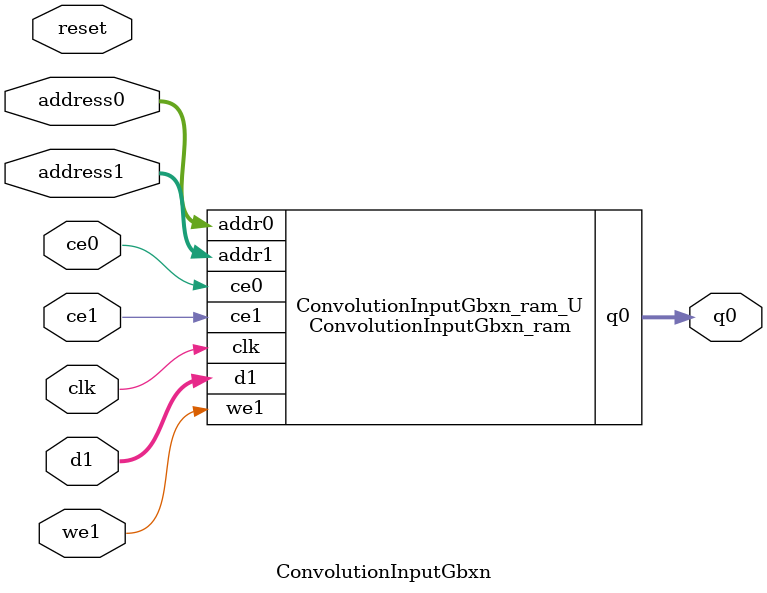
<source format=v>

`timescale 1 ns / 1 ps
module ConvolutionInputGbxn_ram (addr0, ce0, q0, addr1, ce1, d1, we1,  clk);

parameter DWIDTH = 32;
parameter AWIDTH = 6;
parameter MEM_SIZE = 56;

input[AWIDTH-1:0] addr0;
input ce0;
output reg[DWIDTH-1:0] q0;
input[AWIDTH-1:0] addr1;
input ce1;
input[DWIDTH-1:0] d1;
input we1;
input clk;

reg [DWIDTH-1:0] ram[0:MEM_SIZE-1];




always @(posedge clk)  
begin 
    if (ce0) 
    begin
            q0 <= ram[addr0];
    end
end


always @(posedge clk)  
begin 
    if (ce1) 
    begin
        if (we1) 
        begin 
            ram[addr1] <= d1; 
        end 
    end
end


endmodule


`timescale 1 ns / 1 ps
module ConvolutionInputGbxn(
    reset,
    clk,
    address0,
    ce0,
    q0,
    address1,
    ce1,
    we1,
    d1);

parameter DataWidth = 32'd32;
parameter AddressRange = 32'd56;
parameter AddressWidth = 32'd6;
input reset;
input clk;
input[AddressWidth - 1:0] address0;
input ce0;
output[DataWidth - 1:0] q0;
input[AddressWidth - 1:0] address1;
input ce1;
input we1;
input[DataWidth - 1:0] d1;



ConvolutionInputGbxn_ram ConvolutionInputGbxn_ram_U(
    .clk( clk ),
    .addr0( address0 ),
    .ce0( ce0 ),
    .q0( q0 ),
    .addr1( address1 ),
    .ce1( ce1 ),
    .we1( we1 ),
    .d1( d1 ));

endmodule


</source>
